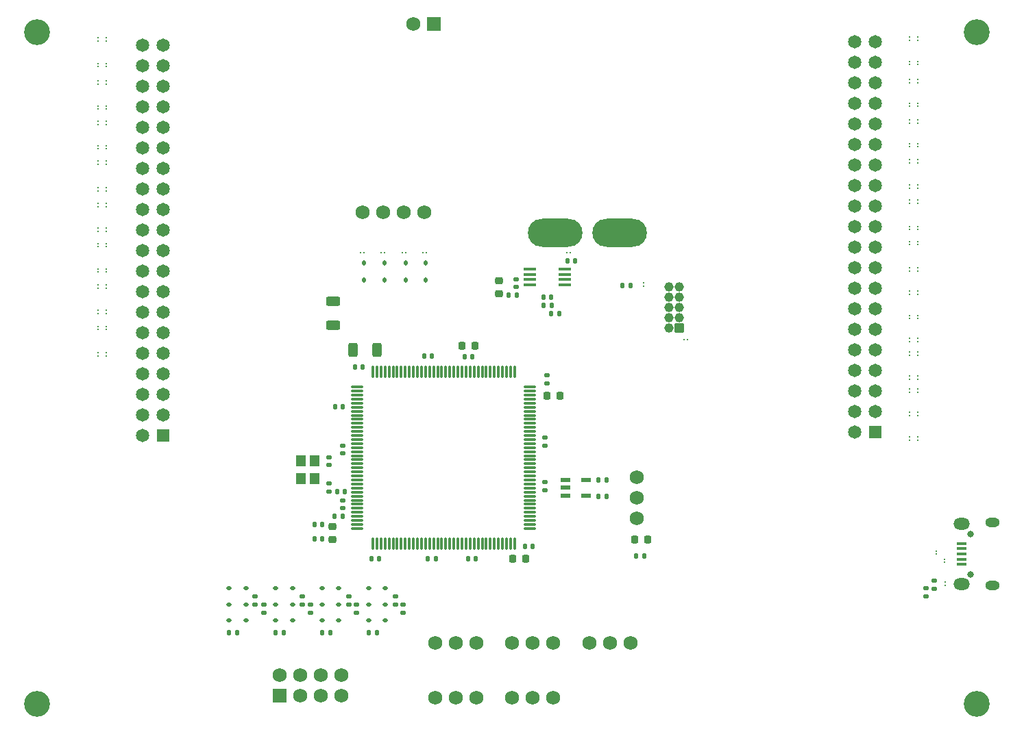
<source format=gts>
G04 #@! TF.GenerationSoftware,KiCad,Pcbnew,8.0.8*
G04 #@! TF.CreationDate,2025-03-22T16:06:40-05:00*
G04 #@! TF.ProjectId,ControllerPCB,436f6e74-726f-46c6-9c65-725043422e6b,rev?*
G04 #@! TF.SameCoordinates,Original*
G04 #@! TF.FileFunction,Soldermask,Top*
G04 #@! TF.FilePolarity,Negative*
%FSLAX46Y46*%
G04 Gerber Fmt 4.6, Leading zero omitted, Abs format (unit mm)*
G04 Created by KiCad (PCBNEW 8.0.8) date 2025-03-22 16:06:40*
%MOMM*%
%LPD*%
G01*
G04 APERTURE LIST*
G04 Aperture macros list*
%AMRoundRect*
0 Rectangle with rounded corners*
0 $1 Rounding radius*
0 $2 $3 $4 $5 $6 $7 $8 $9 X,Y pos of 4 corners*
0 Add a 4 corners polygon primitive as box body*
4,1,4,$2,$3,$4,$5,$6,$7,$8,$9,$2,$3,0*
0 Add four circle primitives for the rounded corners*
1,1,$1+$1,$2,$3*
1,1,$1+$1,$4,$5*
1,1,$1+$1,$6,$7*
1,1,$1+$1,$8,$9*
0 Add four rect primitives between the rounded corners*
20,1,$1+$1,$2,$3,$4,$5,0*
20,1,$1+$1,$4,$5,$6,$7,0*
20,1,$1+$1,$6,$7,$8,$9,0*
20,1,$1+$1,$8,$9,$2,$3,0*%
G04 Aperture macros list end*
%ADD10RoundRect,0.225000X-0.225000X-0.250000X0.225000X-0.250000X0.225000X0.250000X-0.225000X0.250000X0*%
%ADD11RoundRect,0.102000X0.765000X0.765000X-0.765000X0.765000X-0.765000X-0.765000X0.765000X-0.765000X0*%
%ADD12C,1.734000*%
%ADD13C,1.752600*%
%ADD14RoundRect,0.050000X0.530000X-0.530000X0.530000X0.530000X-0.530000X0.530000X-0.530000X-0.530000X0*%
%ADD15C,1.160000*%
%ADD16R,0.280000X0.200000*%
%ADD17RoundRect,0.112500X-0.112500X0.187500X-0.112500X-0.187500X0.112500X-0.187500X0.112500X0.187500X0*%
%ADD18RoundRect,0.140000X0.140000X0.170000X-0.140000X0.170000X-0.140000X-0.170000X0.140000X-0.170000X0*%
%ADD19O,6.744000X3.474000*%
%ADD20RoundRect,0.112500X0.187500X0.112500X-0.187500X0.112500X-0.187500X-0.112500X0.187500X-0.112500X0*%
%ADD21RoundRect,0.135000X-0.135000X-0.185000X0.135000X-0.185000X0.135000X0.185000X-0.135000X0.185000X0*%
%ADD22RoundRect,0.135000X-0.185000X0.135000X-0.185000X-0.135000X0.185000X-0.135000X0.185000X0.135000X0*%
%ADD23R,0.200000X0.280000*%
%ADD24RoundRect,0.140000X0.170000X-0.140000X0.170000X0.140000X-0.170000X0.140000X-0.170000X-0.140000X0*%
%ADD25C,3.200000*%
%ADD26RoundRect,0.135000X0.135000X0.185000X-0.135000X0.185000X-0.135000X-0.185000X0.135000X-0.185000X0*%
%ADD27RoundRect,0.218750X0.256250X-0.218750X0.256250X0.218750X-0.256250X0.218750X-0.256250X-0.218750X0*%
%ADD28R,1.650000X1.650000*%
%ADD29C,1.650000*%
%ADD30RoundRect,0.140000X-0.140000X-0.170000X0.140000X-0.170000X0.140000X0.170000X-0.140000X0.170000X0*%
%ADD31RoundRect,0.218750X-0.218750X-0.256250X0.218750X-0.256250X0.218750X0.256250X-0.218750X0.256250X0*%
%ADD32RoundRect,0.250000X-0.625000X0.312500X-0.625000X-0.312500X0.625000X-0.312500X0.625000X0.312500X0*%
%ADD33RoundRect,0.140000X-0.170000X0.140000X-0.170000X-0.140000X0.170000X-0.140000X0.170000X0.140000X0*%
%ADD34O,1.800000X1.150000*%
%ADD35O,2.000000X1.450000*%
%ADD36R,1.300000X0.450000*%
%ADD37O,0.800000X0.800000*%
%ADD38RoundRect,0.075000X-0.662500X-0.075000X0.662500X-0.075000X0.662500X0.075000X-0.662500X0.075000X0*%
%ADD39RoundRect,0.075000X-0.075000X-0.662500X0.075000X-0.662500X0.075000X0.662500X-0.075000X0.662500X0*%
%ADD40RoundRect,0.102000X0.765000X-0.765000X0.765000X0.765000X-0.765000X0.765000X-0.765000X-0.765000X0*%
%ADD41RoundRect,0.250000X-0.312500X-0.625000X0.312500X-0.625000X0.312500X0.625000X-0.312500X0.625000X0*%
%ADD42R,1.200000X1.400000*%
%ADD43R,1.200000X0.600000*%
%ADD44RoundRect,0.218750X-0.256250X0.218750X-0.256250X-0.218750X0.256250X-0.218750X0.256250X0.218750X0*%
%ADD45R,1.524000X0.431800*%
G04 APERTURE END LIST*
D10*
X148975000Y-106925000D03*
X150525000Y-106925000D03*
X144750000Y-127125000D03*
X146300000Y-127125000D03*
D11*
X135020000Y-61000000D03*
D12*
X132480000Y-61000000D03*
D13*
X160000000Y-117000000D03*
X160000000Y-119540000D03*
X160000000Y-122080000D03*
D14*
X165250000Y-98540000D03*
D15*
X163980000Y-98540000D03*
X165250000Y-97270000D03*
X163980000Y-97270000D03*
X165250000Y-96000000D03*
X163980000Y-96000000D03*
X165250000Y-94730000D03*
X163980000Y-94730000D03*
X165250000Y-93460000D03*
X163980000Y-93460000D03*
D16*
X93500000Y-91250000D03*
X93500000Y-91650000D03*
D17*
X131500000Y-90531202D03*
X131500000Y-92631202D03*
D18*
X123980000Y-118750000D03*
X123020000Y-118750000D03*
D16*
X94500000Y-86200000D03*
X94500000Y-86600000D03*
X194750000Y-94000000D03*
X194750000Y-94400000D03*
D18*
X140180000Y-127100000D03*
X139220000Y-127100000D03*
D16*
X93500000Y-78300000D03*
X93500000Y-77900000D03*
D18*
X121180000Y-124637500D03*
X120220000Y-124637500D03*
D16*
X193750000Y-94000000D03*
X193750000Y-94400000D03*
D19*
X157900000Y-86755000D03*
X150000000Y-86755000D03*
D16*
X93500000Y-88500000D03*
X93500000Y-88100000D03*
X94500000Y-101600000D03*
X94500000Y-102000000D03*
D20*
X117500000Y-134734399D03*
X115400000Y-134734399D03*
D16*
X93500000Y-73400000D03*
X93500000Y-73000000D03*
X193750000Y-106500000D03*
X193750000Y-106100000D03*
X94500000Y-73400000D03*
X94500000Y-73000000D03*
X194750000Y-101500000D03*
X194750000Y-101900000D03*
X194750000Y-109000000D03*
X194750000Y-109400000D03*
D18*
X123730000Y-108250000D03*
X122770000Y-108250000D03*
D21*
X149490000Y-96750000D03*
X150510000Y-96750000D03*
D20*
X129000000Y-130734399D03*
X126900000Y-130734399D03*
D16*
X93500000Y-101600000D03*
X93500000Y-102000000D03*
D17*
X128866800Y-90531202D03*
X128866800Y-92631202D03*
D16*
X194750000Y-88250000D03*
X194750000Y-87850000D03*
D22*
X196800000Y-129755000D03*
X196800000Y-130775000D03*
D16*
X194750000Y-68250000D03*
X194750000Y-67850000D03*
D22*
X119700000Y-132724399D03*
X119700000Y-133744399D03*
D16*
X193750000Y-97000000D03*
X193750000Y-97400000D03*
D23*
X131116800Y-89281202D03*
X131516800Y-89281202D03*
D24*
X123700000Y-114080000D03*
X123700000Y-113120000D03*
D16*
X198100000Y-130380000D03*
X198100000Y-129980000D03*
D25*
X202000000Y-62000000D03*
D17*
X134000000Y-90531202D03*
X134000000Y-92631202D03*
D26*
X122210000Y-136234399D03*
X121190000Y-136234399D03*
D16*
X93500000Y-86200000D03*
X93500000Y-86600000D03*
X93500000Y-96350000D03*
X93500000Y-96750000D03*
D20*
X123250000Y-132734399D03*
X121150000Y-132734399D03*
D16*
X94500000Y-91250000D03*
X94500000Y-91650000D03*
D27*
X143000000Y-94287500D03*
X143000000Y-92712500D03*
D16*
X94500000Y-88500000D03*
X94500000Y-88100000D03*
D26*
X161010000Y-126750000D03*
X159990000Y-126750000D03*
D16*
X94500000Y-98750000D03*
X94500000Y-98350000D03*
X194750000Y-104500000D03*
X194750000Y-104900000D03*
X193750000Y-100250000D03*
X193750000Y-99850000D03*
D20*
X129000000Y-134734399D03*
X126900000Y-134734399D03*
D16*
X193750000Y-104500000D03*
X193750000Y-104900000D03*
D26*
X127960000Y-136234399D03*
X126940000Y-136234399D03*
D16*
X94500000Y-93650000D03*
X94500000Y-93250000D03*
D28*
X189500000Y-111440000D03*
D29*
X186960000Y-111440000D03*
X189500000Y-108900000D03*
X186960000Y-108900000D03*
X189500000Y-106360000D03*
X186960000Y-106360000D03*
X189500000Y-103820000D03*
X186960000Y-103820000D03*
X189500000Y-101280000D03*
X186960000Y-101280000D03*
X189500000Y-98740000D03*
X186960000Y-98740000D03*
X189500000Y-96200000D03*
X186960000Y-96200000D03*
X189500000Y-93660000D03*
X186960000Y-93660000D03*
X189500000Y-91120000D03*
X186960000Y-91120000D03*
X189500000Y-88580000D03*
X186960000Y-88580000D03*
X189500000Y-86040000D03*
X186960000Y-86040000D03*
X189500000Y-83500000D03*
X186960000Y-83500000D03*
X189500000Y-80960000D03*
X186960000Y-80960000D03*
X189500000Y-78420000D03*
X186960000Y-78420000D03*
X189500000Y-75880000D03*
X186960000Y-75880000D03*
X189500000Y-73340000D03*
X186960000Y-73340000D03*
X189500000Y-70800000D03*
X186960000Y-70800000D03*
X189500000Y-68260000D03*
X186960000Y-68260000D03*
X189500000Y-65720000D03*
X186960000Y-65720000D03*
X189500000Y-63180000D03*
X186960000Y-63180000D03*
D25*
X86000000Y-145000000D03*
D30*
X133770000Y-102000000D03*
X134730000Y-102000000D03*
D16*
X193750000Y-88250000D03*
X193750000Y-87850000D03*
D20*
X117500000Y-130734399D03*
X115400000Y-130734399D03*
D16*
X193750000Y-101900000D03*
X193750000Y-101500000D03*
X193750000Y-65600000D03*
X193750000Y-66000000D03*
D31*
X159792500Y-124750000D03*
X161367500Y-124750000D03*
D32*
X122500000Y-95287500D03*
X122500000Y-98212500D03*
D16*
X93500000Y-93650000D03*
X93500000Y-93250000D03*
D26*
X110710000Y-136234399D03*
X109690000Y-136234399D03*
D21*
X148490000Y-95750000D03*
X149510000Y-95750000D03*
D18*
X126180000Y-103350000D03*
X125220000Y-103350000D03*
D20*
X129000000Y-132734399D03*
X126900000Y-132734399D03*
D30*
X151500000Y-90250000D03*
X152460000Y-90250000D03*
D18*
X128230000Y-127100000D03*
X127270000Y-127100000D03*
D21*
X158260000Y-93268300D03*
X159280000Y-93268300D03*
D23*
X125950000Y-89281202D03*
X126350000Y-89281202D03*
D20*
X111750000Y-134734399D03*
X109650000Y-134734399D03*
D18*
X135200000Y-127100000D03*
X134240000Y-127100000D03*
D23*
X128450000Y-89281202D03*
X128850000Y-89281202D03*
D18*
X123700000Y-121850000D03*
X122740000Y-121850000D03*
D16*
X193750000Y-63000000D03*
X193750000Y-62600000D03*
X194750000Y-91100000D03*
X194750000Y-91500000D03*
D20*
X111750000Y-132734399D03*
X109650000Y-132734399D03*
D16*
X194750000Y-70750000D03*
X194750000Y-71150000D03*
D20*
X111750000Y-130734399D03*
X109650000Y-130734399D03*
D30*
X148520000Y-94750000D03*
X149480000Y-94750000D03*
D33*
X145171700Y-92520000D03*
X145171700Y-93480000D03*
D16*
X193750000Y-68250000D03*
X193750000Y-67850000D03*
X193750000Y-78150000D03*
X193750000Y-77750000D03*
D21*
X144240000Y-94500000D03*
X145260000Y-94500000D03*
D16*
X93500000Y-65850000D03*
X93500000Y-66250000D03*
D26*
X116470000Y-136234399D03*
X115450000Y-136234399D03*
D13*
X133790000Y-84250000D03*
X131250000Y-84250000D03*
X128710000Y-84250000D03*
X126170000Y-84250000D03*
D21*
X155265199Y-119364800D03*
X156285199Y-119364800D03*
D16*
X193750000Y-80850000D03*
X193750000Y-81250000D03*
D25*
X86000000Y-62000000D03*
D16*
X94500000Y-65850000D03*
X94500000Y-66250000D03*
D33*
X122000000Y-117790000D03*
X122000000Y-118750000D03*
D16*
X194750000Y-80850000D03*
X194750000Y-81250000D03*
X198075000Y-127550000D03*
X198075000Y-127150000D03*
X93500000Y-71100000D03*
X93500000Y-71500000D03*
D22*
X124500000Y-131724399D03*
X124500000Y-132744399D03*
D34*
X204000000Y-122630000D03*
D35*
X200200000Y-122780000D03*
X200200000Y-130230000D03*
D34*
X204000000Y-130380000D03*
D36*
X200150000Y-125205000D03*
X200150000Y-125855000D03*
X200150000Y-126505000D03*
X200150000Y-127155000D03*
X200150000Y-127805000D03*
D37*
X201250000Y-124005000D03*
X201250000Y-129005000D03*
D13*
X149750000Y-137484399D03*
X147210000Y-137484399D03*
X144670000Y-137484399D03*
D16*
X194750000Y-63000000D03*
X194750000Y-62600000D03*
D23*
X151800000Y-89250000D03*
X151400000Y-89250000D03*
D33*
X123700000Y-119850000D03*
X123700000Y-120810000D03*
D16*
X197050000Y-126125000D03*
X197050000Y-126525000D03*
X194750000Y-106500000D03*
X194750000Y-106100000D03*
D33*
X148700000Y-117620000D03*
X148700000Y-118580000D03*
D38*
X125537500Y-105850000D03*
X125537500Y-106350000D03*
X125537500Y-106850000D03*
X125537500Y-107350000D03*
X125537500Y-107850000D03*
X125537500Y-108350000D03*
X125537500Y-108850000D03*
X125537500Y-109350000D03*
X125537500Y-109850000D03*
X125537500Y-110350000D03*
X125537500Y-110850000D03*
X125537500Y-111350000D03*
X125537500Y-111850000D03*
X125537500Y-112350000D03*
X125537500Y-112850000D03*
X125537500Y-113350000D03*
X125537500Y-113850000D03*
X125537500Y-114350000D03*
X125537500Y-114850000D03*
X125537500Y-115350000D03*
X125537500Y-115850000D03*
X125537500Y-116350000D03*
X125537500Y-116850000D03*
X125537500Y-117350000D03*
X125537500Y-117850000D03*
X125537500Y-118350000D03*
X125537500Y-118850000D03*
X125537500Y-119350000D03*
X125537500Y-119850000D03*
X125537500Y-120350000D03*
X125537500Y-120850000D03*
X125537500Y-121350000D03*
X125537500Y-121850000D03*
X125537500Y-122350000D03*
X125537500Y-122850000D03*
X125537500Y-123350000D03*
D39*
X127450000Y-125262500D03*
X127950000Y-125262500D03*
X128450000Y-125262500D03*
X128950000Y-125262500D03*
X129450000Y-125262500D03*
X129950000Y-125262500D03*
X130450000Y-125262500D03*
X130950000Y-125262500D03*
X131450000Y-125262500D03*
X131950000Y-125262500D03*
X132450000Y-125262500D03*
X132950000Y-125262500D03*
X133450000Y-125262500D03*
X133950000Y-125262500D03*
X134450000Y-125262500D03*
X134950000Y-125262500D03*
X135450000Y-125262500D03*
X135950000Y-125262500D03*
X136450000Y-125262500D03*
X136950000Y-125262500D03*
X137450000Y-125262500D03*
X137950000Y-125262500D03*
X138450000Y-125262500D03*
X138950000Y-125262500D03*
X139450000Y-125262500D03*
X139950000Y-125262500D03*
X140450000Y-125262500D03*
X140950000Y-125262500D03*
X141450000Y-125262500D03*
X141950000Y-125262500D03*
X142450000Y-125262500D03*
X142950000Y-125262500D03*
X143450000Y-125262500D03*
X143950000Y-125262500D03*
X144450000Y-125262500D03*
X144950000Y-125262500D03*
D38*
X146862500Y-123350000D03*
X146862500Y-122850000D03*
X146862500Y-122350000D03*
X146862500Y-121850000D03*
X146862500Y-121350000D03*
X146862500Y-120850000D03*
X146862500Y-120350000D03*
X146862500Y-119850000D03*
X146862500Y-119350000D03*
X146862500Y-118850000D03*
X146862500Y-118350000D03*
X146862500Y-117850000D03*
X146862500Y-117350000D03*
X146862500Y-116850000D03*
X146862500Y-116350000D03*
X146862500Y-115850000D03*
X146862500Y-115350000D03*
X146862500Y-114850000D03*
X146862500Y-114350000D03*
X146862500Y-113850000D03*
X146862500Y-113350000D03*
X146862500Y-112850000D03*
X146862500Y-112350000D03*
X146862500Y-111850000D03*
X146862500Y-111350000D03*
X146862500Y-110850000D03*
X146862500Y-110350000D03*
X146862500Y-109850000D03*
X146862500Y-109350000D03*
X146862500Y-108850000D03*
X146862500Y-108350000D03*
X146862500Y-107850000D03*
X146862500Y-107350000D03*
X146862500Y-106850000D03*
X146862500Y-106350000D03*
X146862500Y-105850000D03*
D39*
X144950000Y-103937500D03*
X144450000Y-103937500D03*
X143950000Y-103937500D03*
X143450000Y-103937500D03*
X142950000Y-103937500D03*
X142450000Y-103937500D03*
X141950000Y-103937500D03*
X141450000Y-103937500D03*
X140950000Y-103937500D03*
X140450000Y-103937500D03*
X139950000Y-103937500D03*
X139450000Y-103937500D03*
X138950000Y-103937500D03*
X138450000Y-103937500D03*
X137950000Y-103937500D03*
X137450000Y-103937500D03*
X136950000Y-103937500D03*
X136450000Y-103937500D03*
X135950000Y-103937500D03*
X135450000Y-103937500D03*
X134950000Y-103937500D03*
X134450000Y-103937500D03*
X133950000Y-103937500D03*
X133450000Y-103937500D03*
X132950000Y-103937500D03*
X132450000Y-103937500D03*
X131950000Y-103937500D03*
X131450000Y-103937500D03*
X130950000Y-103937500D03*
X130450000Y-103937500D03*
X129950000Y-103937500D03*
X129450000Y-103937500D03*
X128950000Y-103937500D03*
X128450000Y-103937500D03*
X127950000Y-103937500D03*
X127450000Y-103937500D03*
D22*
X195770000Y-130730000D03*
X195770000Y-131750000D03*
D18*
X121180000Y-122887500D03*
X120220000Y-122887500D03*
D21*
X155265199Y-117364800D03*
X156285199Y-117364800D03*
D40*
X115910000Y-144024399D03*
D12*
X115910000Y-141484399D03*
X118450000Y-144024399D03*
X118450000Y-141484399D03*
X120990000Y-144024399D03*
X120990000Y-141484399D03*
X123530000Y-144024399D03*
X123530000Y-141484399D03*
D16*
X94500000Y-71100000D03*
X94500000Y-71500000D03*
D20*
X123250000Y-130734399D03*
X121150000Y-130734399D03*
D16*
X93500000Y-98750000D03*
X93500000Y-98350000D03*
D41*
X124987500Y-101250000D03*
X127912500Y-101250000D03*
D16*
X193750000Y-75750000D03*
X193750000Y-76150000D03*
D17*
X126366800Y-90531202D03*
X126366800Y-92631202D03*
D30*
X138770000Y-102100000D03*
X139730000Y-102100000D03*
D13*
X140256600Y-137484399D03*
X137716600Y-137484399D03*
X135176600Y-137484399D03*
D16*
X193750000Y-73250000D03*
X193750000Y-72850000D03*
X194750000Y-83150000D03*
X194750000Y-82750000D03*
X94500000Y-63050000D03*
X94500000Y-62650000D03*
X194750000Y-100250000D03*
X194750000Y-99850000D03*
X194750000Y-75750000D03*
X194750000Y-76150000D03*
D20*
X123250000Y-134734399D03*
X121150000Y-134734399D03*
D22*
X131200000Y-132734399D03*
X131200000Y-133754399D03*
D16*
X193750000Y-83150000D03*
X193750000Y-82750000D03*
X194750000Y-65600000D03*
X194750000Y-66000000D03*
D22*
X112900000Y-131724399D03*
X112900000Y-132744399D03*
D16*
X160900000Y-92950000D03*
X160900000Y-93350000D03*
X193750000Y-112000000D03*
X193750000Y-112400000D03*
D20*
X117500000Y-132734399D03*
X115400000Y-132734399D03*
D10*
X138475000Y-100750000D03*
X140025000Y-100750000D03*
D33*
X148700000Y-112120000D03*
X148700000Y-113080000D03*
D13*
X140256600Y-144234399D03*
X137716600Y-144234399D03*
X135176600Y-144234399D03*
D30*
X146220000Y-125600000D03*
X147180000Y-125600000D03*
D16*
X94500000Y-81200000D03*
X94500000Y-81600000D03*
X93500000Y-68400000D03*
X93500000Y-68000000D03*
X93500000Y-63050000D03*
X93500000Y-62650000D03*
D33*
X148950000Y-104420000D03*
X148950000Y-105380000D03*
D16*
X194750000Y-112000000D03*
X194750000Y-112400000D03*
D33*
X122000000Y-114540000D03*
X122000000Y-115500000D03*
D16*
X94500000Y-83150000D03*
X94500000Y-83550000D03*
D42*
X118550000Y-115020000D03*
X118550000Y-117220000D03*
X120250000Y-117220000D03*
X120250000Y-115020000D03*
D13*
X149750000Y-144250000D03*
X147210000Y-144250000D03*
X144670000Y-144250000D03*
D16*
X193750000Y-91100000D03*
X193750000Y-91500000D03*
X93500000Y-83150000D03*
X93500000Y-83550000D03*
X194750000Y-78150000D03*
X194750000Y-77750000D03*
X194750000Y-86000000D03*
X194750000Y-86400000D03*
X94500000Y-78300000D03*
X94500000Y-77900000D03*
D22*
X125450000Y-132734399D03*
X125450000Y-133754399D03*
D16*
X194750000Y-73250000D03*
X194750000Y-72850000D03*
D23*
X166300000Y-99980000D03*
X165900000Y-99980000D03*
X133616800Y-89281202D03*
X134016800Y-89281202D03*
D28*
X101500000Y-111850000D03*
D29*
X98960000Y-111850000D03*
X101500000Y-109310000D03*
X98960000Y-109310000D03*
X101500000Y-106770000D03*
X98960000Y-106770000D03*
X101500000Y-104230000D03*
X98960000Y-104230000D03*
X101500000Y-101690000D03*
X98960000Y-101690000D03*
X101500000Y-99150000D03*
X98960000Y-99150000D03*
X101500000Y-96610000D03*
X98960000Y-96610000D03*
X101500000Y-94070000D03*
X98960000Y-94070000D03*
X101500000Y-91530000D03*
X98960000Y-91530000D03*
X101500000Y-88990000D03*
X98960000Y-88990000D03*
X101500000Y-86450000D03*
X98960000Y-86450000D03*
X101500000Y-83910000D03*
X98960000Y-83910000D03*
X101500000Y-81370000D03*
X98960000Y-81370000D03*
X101500000Y-78830000D03*
X98960000Y-78830000D03*
X101500000Y-76290000D03*
X98960000Y-76290000D03*
X101500000Y-73750000D03*
X98960000Y-73750000D03*
X101500000Y-71210000D03*
X98960000Y-71210000D03*
X101500000Y-68670000D03*
X98960000Y-68670000D03*
X101500000Y-66130000D03*
X98960000Y-66130000D03*
X101500000Y-63590000D03*
X98960000Y-63590000D03*
D43*
X151275199Y-117364800D03*
X151275199Y-118314800D03*
X151275199Y-119264800D03*
X153775199Y-119264800D03*
X153775199Y-117364800D03*
D16*
X94500000Y-96350000D03*
X94500000Y-96750000D03*
D22*
X130200000Y-131714399D03*
X130200000Y-132734399D03*
D44*
X122450000Y-123100000D03*
X122450000Y-124675000D03*
D16*
X194750000Y-97000000D03*
X194750000Y-97400000D03*
X93500000Y-76000000D03*
X93500000Y-76400000D03*
D13*
X159256600Y-137468798D03*
X156716600Y-137468798D03*
X154176600Y-137468798D03*
D22*
X113950000Y-132724399D03*
X113950000Y-133744399D03*
D16*
X193750000Y-70750000D03*
X193750000Y-71150000D03*
D22*
X118700000Y-131724399D03*
X118700000Y-132744399D03*
D16*
X94500000Y-76000000D03*
X94500000Y-76400000D03*
D45*
X146828300Y-91275001D03*
X146828300Y-91924999D03*
X146828300Y-92575001D03*
X146828300Y-93224999D03*
X151171700Y-93224999D03*
X151171700Y-92575001D03*
X151171700Y-91924999D03*
X151171700Y-91275001D03*
D16*
X93500000Y-81200000D03*
X93500000Y-81600000D03*
X193750000Y-86000000D03*
X193750000Y-86400000D03*
X94500000Y-68400000D03*
X94500000Y-68000000D03*
X193750000Y-109000000D03*
X193750000Y-109400000D03*
D25*
X202000000Y-145000000D03*
M02*

</source>
